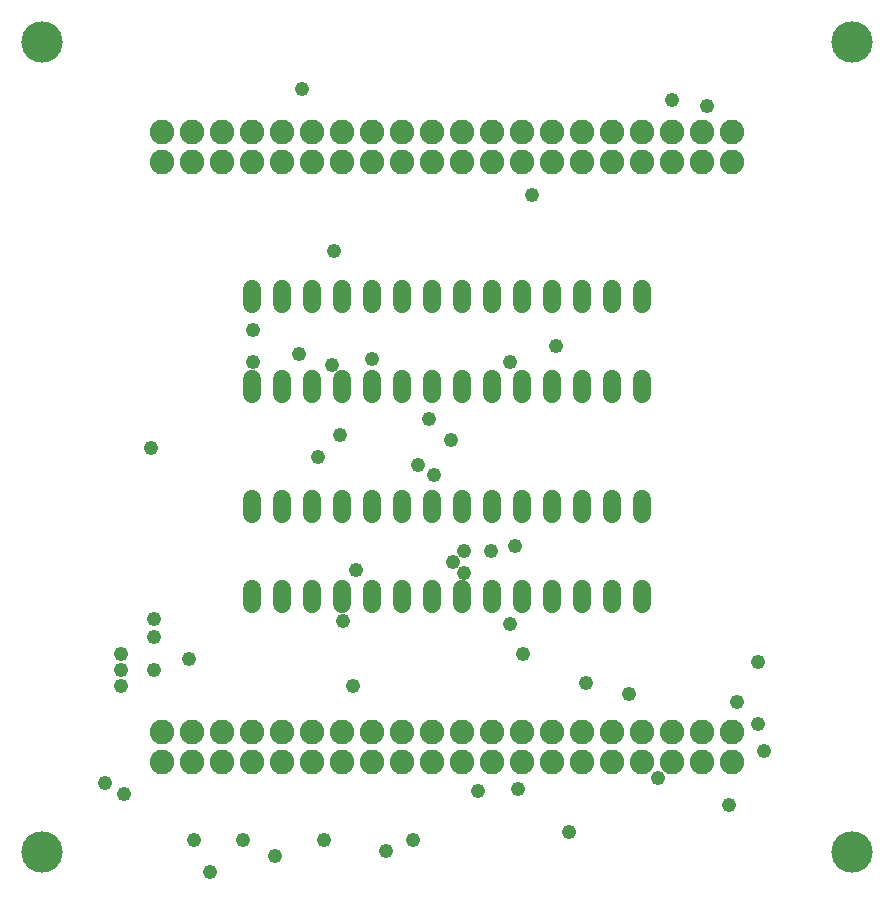
<source format=gbs>
G75*
%MOIN*%
%OFA0B0*%
%FSLAX25Y25*%
%IPPOS*%
%LPD*%
%AMOC8*
5,1,8,0,0,1.08239X$1,22.5*
%
%ADD10C,0.06000*%
%ADD11C,0.08200*%
%ADD12C,0.13800*%
%ADD13C,0.04800*%
D10*
X0568333Y0098400D02*
X0568333Y0103600D01*
X0578333Y0103600D02*
X0578333Y0098400D01*
X0588333Y0098400D02*
X0588333Y0103600D01*
X0598333Y0103600D02*
X0598333Y0098400D01*
X0608333Y0098400D02*
X0608333Y0103600D01*
X0618333Y0103600D02*
X0618333Y0098400D01*
X0628333Y0098400D02*
X0628333Y0103600D01*
X0638333Y0103600D02*
X0638333Y0098400D01*
X0648333Y0098400D02*
X0648333Y0103600D01*
X0658333Y0103600D02*
X0658333Y0098400D01*
X0668333Y0098400D02*
X0668333Y0103600D01*
X0678333Y0103600D02*
X0678333Y0098400D01*
X0688333Y0098400D02*
X0688333Y0103600D01*
X0698333Y0103600D02*
X0698333Y0098400D01*
X0698333Y0128400D02*
X0698333Y0133600D01*
X0688333Y0133600D02*
X0688333Y0128400D01*
X0678333Y0128400D02*
X0678333Y0133600D01*
X0668333Y0133600D02*
X0668333Y0128400D01*
X0658333Y0128400D02*
X0658333Y0133600D01*
X0648333Y0133600D02*
X0648333Y0128400D01*
X0638333Y0128400D02*
X0638333Y0133600D01*
X0628333Y0133600D02*
X0628333Y0128400D01*
X0618333Y0128400D02*
X0618333Y0133600D01*
X0608333Y0133600D02*
X0608333Y0128400D01*
X0598333Y0128400D02*
X0598333Y0133600D01*
X0588333Y0133600D02*
X0588333Y0128400D01*
X0578333Y0128400D02*
X0578333Y0133600D01*
X0568333Y0133600D02*
X0568333Y0128400D01*
X0568333Y0168400D02*
X0568333Y0173600D01*
X0578333Y0173600D02*
X0578333Y0168400D01*
X0588333Y0168400D02*
X0588333Y0173600D01*
X0598333Y0173600D02*
X0598333Y0168400D01*
X0608333Y0168400D02*
X0608333Y0173600D01*
X0618333Y0173600D02*
X0618333Y0168400D01*
X0628333Y0168400D02*
X0628333Y0173600D01*
X0638333Y0173600D02*
X0638333Y0168400D01*
X0648333Y0168400D02*
X0648333Y0173600D01*
X0658333Y0173600D02*
X0658333Y0168400D01*
X0668333Y0168400D02*
X0668333Y0173600D01*
X0678333Y0173600D02*
X0678333Y0168400D01*
X0688333Y0168400D02*
X0688333Y0173600D01*
X0698333Y0173600D02*
X0698333Y0168400D01*
X0698333Y0198400D02*
X0698333Y0203600D01*
X0688333Y0203600D02*
X0688333Y0198400D01*
X0678333Y0198400D02*
X0678333Y0203600D01*
X0668333Y0203600D02*
X0668333Y0198400D01*
X0658333Y0198400D02*
X0658333Y0203600D01*
X0648333Y0203600D02*
X0648333Y0198400D01*
X0638333Y0198400D02*
X0638333Y0203600D01*
X0628333Y0203600D02*
X0628333Y0198400D01*
X0618333Y0198400D02*
X0618333Y0203600D01*
X0608333Y0203600D02*
X0608333Y0198400D01*
X0598333Y0198400D02*
X0598333Y0203600D01*
X0588333Y0203600D02*
X0588333Y0198400D01*
X0578333Y0198400D02*
X0578333Y0203600D01*
X0568333Y0203600D02*
X0568333Y0198400D01*
D11*
X0568333Y0246000D03*
X0558333Y0246000D03*
X0548333Y0246000D03*
X0538333Y0246000D03*
X0538333Y0256000D03*
X0548333Y0256000D03*
X0558333Y0256000D03*
X0568333Y0256000D03*
X0578333Y0256000D03*
X0588333Y0256000D03*
X0598333Y0256000D03*
X0608333Y0256000D03*
X0618333Y0256000D03*
X0628333Y0256000D03*
X0638333Y0256000D03*
X0648333Y0256000D03*
X0658333Y0256000D03*
X0668333Y0256000D03*
X0678333Y0256000D03*
X0688333Y0256000D03*
X0698333Y0256000D03*
X0708333Y0256000D03*
X0718333Y0256000D03*
X0728333Y0256000D03*
X0728333Y0246000D03*
X0718333Y0246000D03*
X0708333Y0246000D03*
X0698333Y0246000D03*
X0688333Y0246000D03*
X0678333Y0246000D03*
X0668333Y0246000D03*
X0658333Y0246000D03*
X0648333Y0246000D03*
X0638333Y0246000D03*
X0628333Y0246000D03*
X0618333Y0246000D03*
X0608333Y0246000D03*
X0598333Y0246000D03*
X0588333Y0246000D03*
X0578333Y0246000D03*
X0578333Y0056000D03*
X0568333Y0056000D03*
X0558333Y0056000D03*
X0548333Y0056000D03*
X0538333Y0056000D03*
X0538333Y0046000D03*
X0548333Y0046000D03*
X0558333Y0046000D03*
X0568333Y0046000D03*
X0578333Y0046000D03*
X0588333Y0046000D03*
X0598333Y0046000D03*
X0608333Y0046000D03*
X0618333Y0046000D03*
X0618333Y0056000D03*
X0608333Y0056000D03*
X0598333Y0056000D03*
X0588333Y0056000D03*
X0628333Y0056000D03*
X0638333Y0056000D03*
X0648333Y0056000D03*
X0648333Y0046000D03*
X0638333Y0046000D03*
X0628333Y0046000D03*
X0658333Y0046000D03*
X0668333Y0046000D03*
X0678333Y0046000D03*
X0688333Y0046000D03*
X0688333Y0056000D03*
X0678333Y0056000D03*
X0668333Y0056000D03*
X0658333Y0056000D03*
X0698333Y0056000D03*
X0708333Y0056000D03*
X0718333Y0056000D03*
X0718333Y0046000D03*
X0708333Y0046000D03*
X0698333Y0046000D03*
X0728333Y0046000D03*
X0728333Y0056000D03*
D12*
X0498333Y0016000D03*
X0768333Y0016000D03*
X0768333Y0286000D03*
X0498333Y0286000D03*
D13*
X0585033Y0270100D03*
X0661533Y0235000D03*
X0708333Y0266500D03*
X0720033Y0264700D03*
X0595833Y0216100D03*
X0568833Y0190000D03*
X0584133Y0181900D03*
X0594933Y0178300D03*
X0608433Y0180100D03*
X0627333Y0160300D03*
X0634533Y0153100D03*
X0623733Y0145000D03*
X0629133Y0141400D03*
X0597633Y0154900D03*
X0590433Y0147700D03*
X0534633Y0150400D03*
X0568833Y0179200D03*
X0654333Y0179200D03*
X0669633Y0184600D03*
X0656133Y0118000D03*
X0648033Y0116200D03*
X0639033Y0116200D03*
X0635433Y0112600D03*
X0639033Y0109000D03*
X0654333Y0091900D03*
X0658833Y0082000D03*
X0679533Y0072100D03*
X0693933Y0068500D03*
X0729933Y0065800D03*
X0737133Y0058600D03*
X0738933Y0049600D03*
X0727233Y0031600D03*
X0703833Y0040600D03*
X0674133Y0022600D03*
X0657033Y0037000D03*
X0643533Y0036100D03*
X0621933Y0019900D03*
X0612933Y0016300D03*
X0592233Y0019900D03*
X0576033Y0014500D03*
X0565233Y0019900D03*
X0549033Y0019900D03*
X0554433Y0009100D03*
X0525633Y0035200D03*
X0519333Y0038800D03*
X0524733Y0071200D03*
X0524733Y0076600D03*
X0524733Y0082000D03*
X0535533Y0076600D03*
X0547233Y0080200D03*
X0535533Y0087400D03*
X0535533Y0093700D03*
X0598533Y0092800D03*
X0603033Y0109900D03*
X0602133Y0071200D03*
X0737133Y0079300D03*
M02*

</source>
